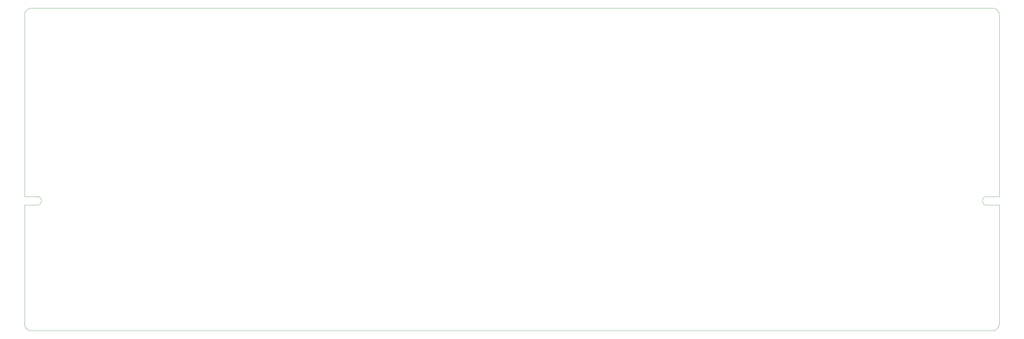
<source format=gbr>
G04 #@! TF.GenerationSoftware,KiCad,Pcbnew,(5.1.2-1)-1*
G04 #@! TF.CreationDate,2020-06-06T23:17:58+08:00*
G04 #@! TF.ProjectId,vim60,76696d36-302e-46b6-9963-61645f706362,rev?*
G04 #@! TF.SameCoordinates,Original*
G04 #@! TF.FileFunction,Profile,NP*
%FSLAX46Y46*%
G04 Gerber Fmt 4.6, Leading zero omitted, Abs format (unit mm)*
G04 Created by KiCad (PCBNEW (5.1.2-1)-1) date 2020-06-06 23:17:58*
%MOMM*%
%LPD*%
G04 APERTURE LIST*
%ADD10C,0.099100*%
%ADD11C,0.100000*%
G04 APERTURE END LIST*
D10*
X351324200Y-160878850D02*
X351324200Y-195727650D01*
X347615400Y-160878850D02*
X351324200Y-160878850D01*
X347615400Y-158378850D02*
X351324200Y-158378850D01*
X347615400Y-160878850D02*
G75*
G02X347615400Y-158378850I0J1250000D01*
G01*
X66324200Y-160878850D02*
X66324200Y-195727650D01*
D11*
X70033100Y-158378850D02*
G75*
G02X70033100Y-160878850I0J-1250000D01*
G01*
X66324200Y-160878850D02*
X70033100Y-160878850D01*
X66324200Y-158378850D02*
X70033100Y-158378850D01*
D10*
X351324200Y-195727650D02*
G75*
G02X349324200Y-197727650I-2000000J0D01*
G01*
X349324200Y-103127650D02*
G75*
G02X351324200Y-105127650I0J-2000000D01*
G01*
X68324200Y-197727650D02*
G75*
G02X66324200Y-195727650I0J2000000D01*
G01*
D11*
X66324200Y-105127650D02*
G75*
G02X68324200Y-103127650I2000000J0D01*
G01*
X351324200Y-105127650D02*
X351324200Y-158378850D01*
X68324200Y-103127650D02*
X349324200Y-103127650D01*
X349324200Y-197727650D02*
X68324200Y-197727650D01*
X66324200Y-158378850D02*
X66324200Y-105127650D01*
M02*

</source>
